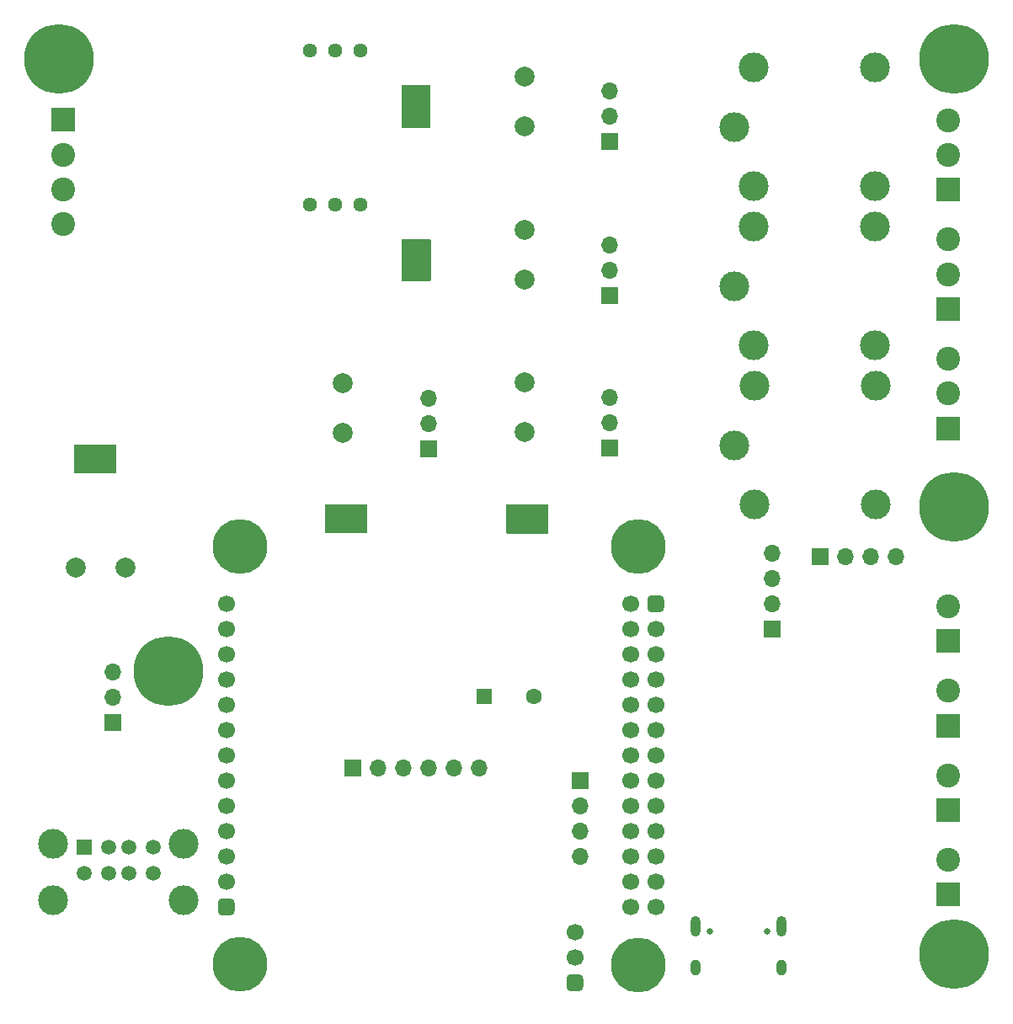
<source format=gbr>
G04 #@! TF.GenerationSoftware,KiCad,Pcbnew,6.0.5+dfsg-1~bpo11+1*
G04 #@! TF.ProjectId,maglock,6d61676c-6f63-46b2-9e6b-696361645f70,2.2*
G04 #@! TF.SameCoordinates,Original*
G04 #@! TF.FileFunction,Soldermask,Bot*
G04 #@! TF.FilePolarity,Negative*
%FSLAX46Y46*%
G04 Gerber Fmt 4.6, Leading zero omitted, Abs format (unit mm)*
%MOMM*%
%LPD*%
G01*
G04 APERTURE LIST*
%ADD10C,2.000000*%
%ADD11C,3.000000*%
%ADD12R,1.700000X1.700000*%
%ADD13O,1.700000X1.700000*%
%ADD14R,2.750000X4.050000*%
%ADD15C,1.540000*%
%ADD16R,2.400000X2.400000*%
%ADD17C,2.400000*%
%ADD18C,1.440000*%
%ADD19C,0.800000*%
%ADD20C,7.000000*%
%ADD21C,0.650000*%
%ADD22O,1.000000X2.100000*%
%ADD23O,1.000000X1.600000*%
%ADD24R,4.050000X2.750000*%
%ADD25R,1.600000X1.600000*%
%ADD26C,1.600000*%
%ADD27R,1.500000X1.500000*%
%ADD28C,1.500000*%
%ADD29C,5.500000*%
%ADD30C,1.700000*%
G04 APERTURE END LIST*
D10*
X137550000Y-93550000D03*
X137550000Y-88550000D03*
D11*
X176870000Y-62800000D03*
X191070000Y-56800000D03*
X191070000Y-68800000D03*
X178870000Y-68800000D03*
X178870000Y-56800000D03*
D12*
X161388000Y-128527000D03*
D13*
X161388000Y-131067000D03*
X161388000Y-133607000D03*
X161388000Y-136147000D03*
D14*
X144912500Y-76200000D03*
D15*
X144262500Y-74900000D03*
X145562500Y-74900000D03*
G36*
G01*
X146382500Y-74150000D02*
X146382500Y-78250000D01*
G75*
G02*
X146312500Y-78320000I-70000J0D01*
G01*
X143512500Y-78320000D01*
G75*
G02*
X143442500Y-78250000I0J70000D01*
G01*
X143442500Y-74150000D01*
G75*
G02*
X143512500Y-74080000I70000J0D01*
G01*
X146312500Y-74080000D01*
G75*
G02*
X146382500Y-74150000I0J-70000D01*
G01*
G37*
X144262500Y-77500000D03*
X145562500Y-77500000D03*
D16*
X198420000Y-69130000D03*
D17*
X198420000Y-65630000D03*
X198420000Y-62130000D03*
D18*
X134200000Y-55160000D03*
X136740000Y-55160000D03*
X139280000Y-55160000D03*
D16*
X198400000Y-131500000D03*
D17*
X198400000Y-128000000D03*
D16*
X198420000Y-81130000D03*
D17*
X198420000Y-77630000D03*
X198420000Y-74130000D03*
D10*
X155800000Y-93500000D03*
X155800000Y-88500000D03*
D18*
X134262500Y-70600000D03*
X136802500Y-70600000D03*
X139342500Y-70600000D03*
D11*
X176870000Y-78800000D03*
X191070000Y-72800000D03*
X191070000Y-84800000D03*
X178870000Y-84800000D03*
X178870000Y-72800000D03*
D12*
X164400000Y-64300000D03*
D13*
X164400000Y-61760000D03*
X164400000Y-59220000D03*
D16*
X198420000Y-93130000D03*
D17*
X198420000Y-89630000D03*
X198420000Y-86130000D03*
D19*
X197143845Y-102856155D03*
X199000000Y-103625000D03*
X201625000Y-101000000D03*
X200856155Y-102856155D03*
X200856155Y-99143845D03*
X196375000Y-101000000D03*
X199000000Y-98375000D03*
D20*
X199000000Y-101000000D03*
D19*
X197143845Y-99143845D03*
D12*
X164400000Y-79755000D03*
D13*
X164400000Y-77215000D03*
X164400000Y-74675000D03*
D16*
X198400000Y-123000000D03*
D17*
X198400000Y-119500000D03*
D21*
X174410000Y-143700000D03*
X180190000Y-143700000D03*
D22*
X181620000Y-143170000D03*
X172980000Y-143170000D03*
D23*
X181620000Y-147350000D03*
X172980000Y-147350000D03*
D19*
X106375000Y-56000000D03*
X111625000Y-56000000D03*
X110856155Y-57856155D03*
X109000000Y-58625000D03*
X109000000Y-53375000D03*
X107143845Y-57856155D03*
X110856155Y-54143845D03*
D20*
X109000000Y-56000000D03*
D19*
X107143845Y-54143845D03*
D24*
X112670000Y-96200000D03*
D15*
X111370000Y-96850000D03*
X113970000Y-96850000D03*
X113970000Y-95550000D03*
G36*
G01*
X114720000Y-97670000D02*
X110620000Y-97670000D01*
G75*
G02*
X110550000Y-97600000I0J70000D01*
G01*
X110550000Y-94800000D01*
G75*
G02*
X110620000Y-94730000I70000J0D01*
G01*
X114720000Y-94730000D01*
G75*
G02*
X114790000Y-94800000I0J-70000D01*
G01*
X114790000Y-97600000D01*
G75*
G02*
X114720000Y-97670000I-70000J0D01*
G01*
G37*
X111370000Y-95550000D03*
D12*
X164400000Y-95105000D03*
D13*
X164400000Y-92565000D03*
X164400000Y-90025000D03*
D12*
X138528000Y-127257000D03*
D13*
X141068000Y-127257000D03*
X143608000Y-127257000D03*
X146148000Y-127257000D03*
X148688000Y-127257000D03*
X151228000Y-127257000D03*
D16*
X109400000Y-62100000D03*
D17*
X109400000Y-65600000D03*
X109400000Y-69100000D03*
X109400000Y-72600000D03*
D25*
X151747139Y-120087000D03*
D26*
X156747139Y-120087000D03*
D24*
X156100000Y-102220000D03*
D15*
X157400000Y-101570000D03*
G36*
G01*
X154050000Y-100750000D02*
X158150000Y-100750000D01*
G75*
G02*
X158220000Y-100820000I0J-70000D01*
G01*
X158220000Y-103620000D01*
G75*
G02*
X158150000Y-103690000I-70000J0D01*
G01*
X154050000Y-103690000D01*
G75*
G02*
X153980000Y-103620000I0J70000D01*
G01*
X153980000Y-100820000D01*
G75*
G02*
X154050000Y-100750000I70000J0D01*
G01*
G37*
X157400000Y-102870000D03*
X154800000Y-101570000D03*
X154800000Y-102870000D03*
D19*
X122625000Y-117500000D03*
X121856155Y-115643845D03*
X120000000Y-120125000D03*
X118143845Y-115643845D03*
D20*
X120000000Y-117500000D03*
D19*
X120000000Y-114875000D03*
X121856155Y-119356155D03*
X117375000Y-117500000D03*
X118143845Y-119356155D03*
D27*
X111500000Y-135220000D03*
D28*
X114000000Y-135220000D03*
X116000000Y-135220000D03*
X118500000Y-135220000D03*
X111500000Y-137840000D03*
X114000000Y-137840000D03*
X116000000Y-137840000D03*
X118500000Y-137840000D03*
D11*
X108430000Y-140550000D03*
X121570000Y-134870000D03*
X121570000Y-140550000D03*
X108430000Y-134870000D03*
X176920000Y-94800000D03*
X191120000Y-88800000D03*
X191120000Y-100800000D03*
X178920000Y-100800000D03*
X178920000Y-88800000D03*
D16*
X198400000Y-140000000D03*
D17*
X198400000Y-136500000D03*
D12*
X180700000Y-113280000D03*
D13*
X180700000Y-110740000D03*
X180700000Y-108200000D03*
X180700000Y-105660000D03*
D14*
X144900000Y-60760000D03*
D15*
X144250000Y-62060000D03*
X145550000Y-62060000D03*
X144250000Y-59460000D03*
G36*
G01*
X146370000Y-58710000D02*
X146370000Y-62810000D01*
G75*
G02*
X146300000Y-62880000I-70000J0D01*
G01*
X143500000Y-62880000D01*
G75*
G02*
X143430000Y-62810000I0J70000D01*
G01*
X143430000Y-58710000D01*
G75*
G02*
X143500000Y-58640000I70000J0D01*
G01*
X146300000Y-58640000D01*
G75*
G02*
X146370000Y-58710000I0J-70000D01*
G01*
G37*
X145550000Y-59460000D03*
D24*
X137850000Y-102200000D03*
D15*
X139150000Y-101550000D03*
G36*
G01*
X135800000Y-100730000D02*
X139900000Y-100730000D01*
G75*
G02*
X139970000Y-100800000I0J-70000D01*
G01*
X139970000Y-103600000D01*
G75*
G02*
X139900000Y-103670000I-70000J0D01*
G01*
X135800000Y-103670000D01*
G75*
G02*
X135730000Y-103600000I0J70000D01*
G01*
X135730000Y-100800000D01*
G75*
G02*
X135800000Y-100730000I70000J0D01*
G01*
G37*
X139150000Y-102850000D03*
X136550000Y-102850000D03*
X136550000Y-101550000D03*
D10*
X155800000Y-62760000D03*
X155800000Y-57760000D03*
D19*
X199000000Y-58625000D03*
X197143845Y-57856155D03*
X197143845Y-54143845D03*
X200856155Y-54143845D03*
X199000000Y-53375000D03*
X196375000Y-56000000D03*
X201625000Y-56000000D03*
D20*
X199000000Y-56000000D03*
D19*
X200856155Y-57856155D03*
D10*
X155812500Y-78200000D03*
X155812500Y-73200000D03*
D16*
X198400000Y-114500000D03*
D17*
X198400000Y-111000000D03*
D10*
X110720000Y-107100000D03*
X115720000Y-107100000D03*
D12*
X114400000Y-122680000D03*
D13*
X114400000Y-120140000D03*
X114400000Y-117600000D03*
D29*
X167272800Y-105011600D03*
X127242400Y-147023200D03*
X127242400Y-105011600D03*
X167272800Y-147048600D03*
G36*
G01*
X169850000Y-110327000D02*
X169850000Y-111177000D01*
G75*
G02*
X169425000Y-111602000I-425000J0D01*
G01*
X168575000Y-111602000D01*
G75*
G02*
X168150000Y-111177000I0J425000D01*
G01*
X168150000Y-110327000D01*
G75*
G02*
X168575000Y-109902000I425000J0D01*
G01*
X169425000Y-109902000D01*
G75*
G02*
X169850000Y-110327000I0J-425000D01*
G01*
G37*
D30*
X166460000Y-110752000D03*
X169000000Y-113292000D03*
X166460000Y-113292000D03*
X169000000Y-115832000D03*
X166460000Y-115832000D03*
X169000000Y-118372000D03*
X166460000Y-118372000D03*
X169000000Y-120912000D03*
X166460000Y-120912000D03*
X169000000Y-123452000D03*
X166460000Y-123452000D03*
X169000000Y-125992000D03*
X166460000Y-125992000D03*
X169000000Y-128532000D03*
X166460000Y-128532000D03*
X169000000Y-131072000D03*
X166460000Y-131072000D03*
X169000000Y-133612000D03*
X166460000Y-133612000D03*
X169000000Y-136152000D03*
X166460000Y-136152000D03*
X169000000Y-138692000D03*
X166460000Y-138692000D03*
X169000000Y-141232000D03*
X166460000Y-141232000D03*
G36*
G01*
X126670000Y-140807000D02*
X126670000Y-141657000D01*
G75*
G02*
X126245000Y-142082000I-425000J0D01*
G01*
X125395000Y-142082000D01*
G75*
G02*
X124970000Y-141657000I0J425000D01*
G01*
X124970000Y-140807000D01*
G75*
G02*
X125395000Y-140382000I425000J0D01*
G01*
X126245000Y-140382000D01*
G75*
G02*
X126670000Y-140807000I0J-425000D01*
G01*
G37*
X125820000Y-138692000D03*
X125820000Y-136152000D03*
X125820000Y-133612000D03*
X125820000Y-131072000D03*
X125820000Y-128532000D03*
X125820000Y-125992000D03*
X125820000Y-123452000D03*
X125820000Y-120912000D03*
X125820000Y-118372000D03*
X125820000Y-115832000D03*
X125820000Y-113292000D03*
X125820000Y-110752000D03*
G36*
G01*
X161722000Y-148427000D02*
X161722000Y-149277000D01*
G75*
G02*
X161297000Y-149702000I-425000J0D01*
G01*
X160447000Y-149702000D01*
G75*
G02*
X160022000Y-149277000I0J425000D01*
G01*
X160022000Y-148427000D01*
G75*
G02*
X160447000Y-148002000I425000J0D01*
G01*
X161297000Y-148002000D01*
G75*
G02*
X161722000Y-148427000I0J-425000D01*
G01*
G37*
X160872000Y-146312000D03*
X160872000Y-143772000D03*
D19*
X199000000Y-148625000D03*
D20*
X199000000Y-146000000D03*
D19*
X199000000Y-143375000D03*
X197143845Y-147856155D03*
X201625000Y-146000000D03*
X197143845Y-144143845D03*
X200856155Y-144143845D03*
X200856155Y-147856155D03*
X196375000Y-146000000D03*
D12*
X146150000Y-95180000D03*
D13*
X146150000Y-92640000D03*
X146150000Y-90100000D03*
D12*
X185500000Y-106000000D03*
D13*
X188040000Y-106000000D03*
X190580000Y-106000000D03*
X193120000Y-106000000D03*
M02*

</source>
